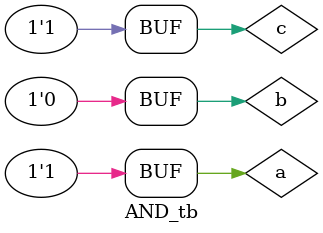
<source format=v>
module AND(a,b,c,y);
   input a,b,c;
   output y;

   and a1(y,a,b,c);

endmodule

    //testbench
    module AND_tb();
      reg a,b,c;
      wire y;

      //instantiation
      AND A1(a,b,c,y);

      initial
      begin
      a=1;b=1;c=1;#10;
      a=1;b=0;c=1;#10;
      end
      initial
      $monitor("a=%b b=%b c=%b y=%b Time=%t",a,b,c,y,$time);
      endmodule

</source>
